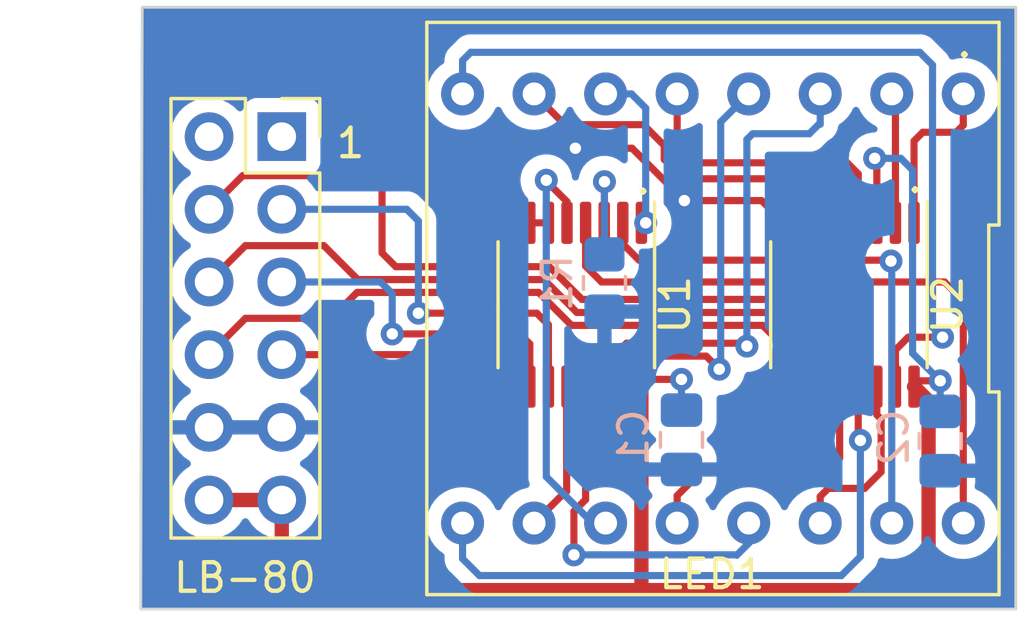
<source format=kicad_pcb>
(kicad_pcb (version 20240108) (generator "pcbnew") (generator_version "8.0")
  (layers (0 "F.Cu" signal) (31 "B.Cu" signal) (34 "B.Paste" user) (35 "F.Paste" user) (36 "B.SilkS" user "B.Silkscreen") (37 "F.SilkS" user "F.Silkscreen") (38 "B.Mask" user) (39 "F.Mask" user) (44 "Edge.Cuts" user))
  (net 0 "")
  (net 1 "PMOD_IO1_A8")
  (net 2 "PMOD_IO5_A9")
  (net 3 "PMOD_IO2_A10")
  (net 4 "PMOD_IO6_A13")
  (net 5 "PMOD_IO3_A11")
  (net 6 "PMOD_IO7_A14")
  (net 7 "PMOD_IO4_A12")
  (net 8 "PMOD_IO8_A15")
  (net 9 "GND")
  (net 10 "R5")
  (net 11 "R7")
  (net 12 "C2")
  (net 13 "C3")
  (net 14 "R8")
  (net 15 "C5")
  (net 16 "R6")
  (net 17 "R3")
  (net 18 "R1")
  (net 19 "C4")
  (net 20 "C6")
  (net 21 "R4")
  (net 22 "C1")
  (net 23 "R2")
  (net 24 "C7")
  (net 25 "C8")
  (net 26 "+3V3")
  (net 27 "Net-(U1-A)")
  (footprint "footprints:788BS" (layer "F.Cu") (at 137.9544 111.4168 -90)
    (property "Reference" "LED1" (at 9.284 0.0324 180) (layer "F.SilkS"))
    (property "Value" "788BS")
    (fp_line (start -10 10) (end -10 -10) (stroke (width 0.12)) (layer "F.SilkS"))
    (fp_line (start 10 10) (end -10 10) (stroke (width 0.12)) (layer "F.SilkS"))
    (fp_line (start -2.916666 -9.64) (end -2.916666 -10) (stroke (width 0.12)) (layer "F.SilkS"))
    (fp_line (start 2.916666 -9.64) (end -2.916666 -9.64) (stroke (width 0.12)) (layer "F.SilkS"))
    (fp_line (start -10 -10) (end -8.75 -10) (stroke (width 0.12)) (layer "F.SilkS"))
    (fp_line (start -2.916666 -10) (end -8.75 -10) (stroke (width 0.12)) (layer "F.SilkS"))
    (fp_line (start 2.916666 -10) (end 2.916666 -9.64) (stroke (width 0.12)) (layer "F.SilkS"))
    (fp_line (start 8.75 -10) (end 2.916666 -10) (stroke (width 0.12)) (layer "F.SilkS"))
    (fp_line (start 8.75 -10) (end 10 -10) (stroke (width 0.12)) (layer "F.SilkS"))
    (fp_line (start 10 -10) (end 10 10) (stroke (width 0.12)) (layer "F.SilkS"))
    (pad "1" thru_hole circle (at -7.5 -8.75 180) (size 1.5 1.5) (drill 0.8) (layers "*.Cu" "*.Mask") (net 10 "R5"))
    (pad "2" thru_hole circle (at -7.5 -6.25 180) (size 1.5 1.5) (drill 0.8) (layers "*.Cu" "*.Mask") (net 11 "R7"))
    (pad "3" thru_hole circle (at -7.5 -3.75 180) (size 1.5 1.5) (drill 0.8) (layers "*.Cu" "*.Mask") (net 12 "C2"))
    (pad "4" thru_hole circle (at -7.5 -1.25 180) (size 1.5 1.5) (drill 0.8) (layers "*.Cu" "*.Mask") (net 13 "C3"))
    (pad "5" thru_hole circle (at -7.5 1.25 180) (size 1.5 1.5) (drill 0.8) (layers "*.Cu" "*.Mask") (net 14 "R8"))
    (pad "6" thru_hole circle (at -7.5 3.75 180) (size 1.5 1.5) (drill 0.8) (layers "*.Cu" "*.Mask") (net 15 "C5"))
    (pad "7" thru_hole circle (at -7.5 6.25 180) (size 1.5 1.5) (drill 0.8) (layers "*.Cu" "*.Mask") (net 16 "R6"))
    (pad "8" thru_hole circle (at -7.5 8.75 180) (size 1.5 1.5) (drill 0.8) (layers "*.Cu" "*.Mask") (net 17 "R3"))
    (pad "9" thru_hole circle (at 7.5 8.75 180) (size 1.5 1.5) (drill 0.8) (layers "*.Cu" "*.Mask") (net 18 "R1"))
    (pad "10" thru_hole circle (at 7.5 6.25 180) (size 1.5 1.5) (drill 0.8) (layers "*.Cu" "*.Mask") (net 19 "C4"))
    (pad "11" thru_hole circle (at 7.5 3.75 180) (size 1.5 1.5) (drill 0.8) (layers "*.Cu" "*.Mask") (net 20 "C6"))
    (pad "12" thru_hole circle (at 7.5 1.25 180) (size 1.5 1.5) (drill 0.8) (layers "*.Cu" "*.Mask") (net 21 "R4"))
    (pad "13" thru_hole circle (at 7.5 -1.25 180) (size 1.5 1.5) (drill 0.8) (layers "*.Cu" "*.Mask") (net 22 "C1"))
    (pad "14" thru_hole circle (at 7.5 -3.75 180) (size 1.5 1.5) (drill 0.8) (layers "*.Cu" "*.Mask") (net 23 "R2"))
    (pad "15" thru_hole circle (at 7.5 -6.25 180) (size 1.5 1.5) (drill 0.8) (layers "*.Cu" "*.Mask") (net 24 "C7"))
    (pad "16" thru_hole circle (at 7.5 -8.75 180) (size 1.5 1.5) (drill 0.8) (layers "*.Cu" "*.Mask") (net 25 "C8"))
  )
  (footprint "Package_SO:TSSOP-16_4.4x5mm_P0.65mm" (layer "F.Cu") (at 133.1798 111.2851 -90)
    (property "Reference" "U1" (at 0 -3.45 90) (layer "F.SilkS"))
    (property "Value" "74HC4051")
    (fp_line (start 0 2.735) (end -2.2 2.735) (stroke (width 0.12)) (layer "F.SilkS"))
    (fp_line (start 0 2.735) (end 2.2 2.735) (stroke (width 0.12)) (layer "F.SilkS"))
    (fp_line (start 0 -2.735) (end -3.6 -2.735) (stroke (width 0.12)) (layer "F.SilkS"))
    (fp_line (start 0 -2.735) (end 2.2 -2.735) (stroke (width 0.12)) (layer "F.SilkS"))
    (pad "1" smd roundrect (at -2.8625 -2.275 270) (size 1.475 0.4) (layers "F.Cu" "F.Paste" "F.Mask") (net 15 "C5"))
    (pad "2" smd roundrect (at -2.8625 -1.625 270) (size 1.475 0.4) (layers "F.Cu" "F.Paste" "F.Mask") (net 24 "C7"))
    (pad "3" smd roundrect (at -2.8625 -0.975 270) (size 1.475 0.4) (layers "F.Cu" "F.Paste" "F.Mask") (net 27 "Net-(U1-A)"))
    (pad "4" smd roundrect (at -2.8625 -0.325 270) (size 1.475 0.4) (layers "F.Cu" "F.Paste" "F.Mask") (net 25 "C8"))
    (pad "5" smd roundrect (at -2.8625 0.325 270) (size 1.475 0.4) (layers "F.Cu" "F.Paste" "F.Mask") (net 20 "C6"))
    (pad "6" smd roundrect (at -2.8625 0.975 270) (size 1.475 0.4) (layers "F.Cu" "F.Paste" "F.Mask") (net 9 "GND"))
    (pad "7" smd roundrect (at -2.8625 1.625 270) (size 1.475 0.4) (layers "F.Cu" "F.Paste" "F.Mask") (net 9 "GND"))
    (pad "8" smd roundrect (at -2.8625 2.275 270) (size 1.475 0.4) (layers "F.Cu" "F.Paste" "F.Mask") (net 9 "GND"))
    (pad "9" smd roundrect (at 2.8625 2.275 270) (size 1.475 0.4) (layers "F.Cu" "F.Paste" "F.Mask") (net 7 "PMOD_IO4_A12"))
    (pad "10" smd roundrect (at 2.8625 1.625 270) (size 1.475 0.4) (layers "F.Cu" "F.Paste" "F.Mask") (net 5 "PMOD_IO3_A11"))
    (pad "11" smd roundrect (at 2.8625 0.975 270) (size 1.475 0.4) (layers "F.Cu" "F.Paste" "F.Mask") (net 3 "PMOD_IO2_A10"))
    (pad "12" smd roundrect (at 2.8625 0.325 270) (size 1.475 0.4) (layers "F.Cu" "F.Paste" "F.Mask") (net 19 "C4"))
    (pad "13" smd roundrect (at 2.8625 -0.325 270) (size 1.475 0.4) (layers "F.Cu" "F.Paste" "F.Mask") (net 22 "C1"))
    (pad "14" smd roundrect (at 2.8625 -0.975 270) (size 1.475 0.4) (layers "F.Cu" "F.Paste" "F.Mask") (net 12 "C2"))
    (pad "15" smd roundrect (at 2.8625 -1.625 270) (size 1.475 0.4) (layers "F.Cu" "F.Paste" "F.Mask") (net 13 "C3"))
    (pad "16" smd roundrect (at 2.8625 -2.275 270) (size 1.475 0.4) (layers "F.Cu" "F.Paste" "F.Mask") (net 26 "+3V3"))
  )
  (footprint "Connector_PinSocket_2.54mm:PinSocket_2x06_P2.54mm_Vertical" (layer "F.Cu") (at 122.8852 105.41)
    (property "Reference" "J1" (hide yes))
    (property "Value" "Conn_02x06_Odd_Even")
    (fp_line (start -3.87 -1.33) (end -3.87 14.03) (stroke (width 0.12)) (layer "F.SilkS"))
    (fp_line (start -3.87 -1.33) (end -1.27 -1.33) (stroke (width 0.12)) (layer "F.SilkS"))
    (fp_line (start -3.87 14.03) (end 1.33 14.03) (stroke (width 0.12)) (layer "F.SilkS"))
    (fp_line (start -1.27 -1.33) (end -1.27 1.27) (stroke (width 0.12)) (layer "F.SilkS"))
    (fp_line (start -1.27 1.27) (end 1.33 1.27) (stroke (width 0.12)) (layer "F.SilkS"))
    (fp_line (start 0 -1.33) (end 1.33 -1.33) (stroke (width 0.12)) (layer "F.SilkS"))
    (fp_line (start 1.33 -1.33) (end 1.33 0) (stroke (width 0.12)) (layer "F.SilkS"))
    (fp_line (start 1.33 1.27) (end 1.33 14.03) (stroke (width 0.12)) (layer "F.SilkS"))
    (pad "1" thru_hole rect (at 0 0) (size 1.7 1.7) (drill 1) (layers "*.Cu" "*.Mask") (net 1 "PMOD_IO1_A8"))
    (pad "2" thru_hole oval (at -2.54 0) (size 1.7 1.7) (drill 1) (layers "*.Cu" "*.Mask") (net 2 "PMOD_IO5_A9"))
    (pad "3" thru_hole oval (at 0 2.54) (size 1.7 1.7) (drill 1) (layers "*.Cu" "*.Mask") (net 3 "PMOD_IO2_A10"))
    (pad "4" thru_hole oval (at -2.54 2.54) (size 1.7 1.7) (drill 1) (layers "*.Cu" "*.Mask") (net 4 "PMOD_IO6_A13"))
    (pad "5" thru_hole oval (at 0 5.08) (size 1.7 1.7) (drill 1) (layers "*.Cu" "*.Mask") (net 5 "PMOD_IO3_A11"))
    (pad "6" thru_hole oval (at -2.54 5.08) (size 1.7 1.7) (drill 1) (layers "*.Cu" "*.Mask") (net 6 "PMOD_IO7_A14"))
    (pad "7" thru_hole oval (at 0 7.62) (size 1.7 1.7) (drill 1) (layers "*.Cu" "*.Mask") (net 7 "PMOD_IO4_A12"))
    (pad "8" thru_hole oval (at -2.54 7.62) (size 1.7 1.7) (drill 1) (layers "*.Cu" "*.Mask") (net 8 "PMOD_IO8_A15"))
    (pad "9" thru_hole oval (at 0 10.16) (size 1.7 1.7) (drill 1) (layers "*.Cu" "*.Mask") (net 9 "GND"))
    (pad "10" thru_hole oval (at -2.54 10.16) (size 1.7 1.7) (drill 1) (layers "*.Cu" "*.Mask") (net 9 "GND"))
    (pad "11" thru_hole oval (at 0 12.7) (size 1.7 1.7) (drill 1) (layers "*.Cu" "*.Mask") (net 26 "+3V3"))
    (pad "12" thru_hole oval (at -2.54 12.7) (size 1.7 1.7) (drill 1) (layers "*.Cu" "*.Mask") (net 26 "+3V3"))
  )
  (footprint "Package_SO:TSSOP-16_4.4x5mm_P0.65mm" (layer "F.Cu") (at 142.7082 111.2851 -90)
    (property "Reference" "U2" (at 0 -3.45 90) (layer "F.SilkS"))
    (property "Value" "74HC4051")
    (fp_line (start 0 2.735) (end -2.2 2.735) (stroke (width 0.12)) (layer "F.SilkS"))
    (fp_line (start 0 2.735) (end 2.2 2.735) (stroke (width 0.12)) (layer "F.SilkS"))
    (fp_line (start 0 -2.735) (end -3.6 -2.735) (stroke (width 0.12)) (layer "F.SilkS"))
    (fp_line (start 0 -2.735) (end 2.2 -2.735) (stroke (width 0.12)) (layer "F.SilkS"))
    (pad "1" smd roundrect (at -2.8625 -2.275 270) (size 1.475 0.4) (layers "F.Cu" "F.Paste" "F.Mask") (net 10 "R5"))
    (pad "2" smd roundrect (at -2.8625 -1.625 270) (size 1.475 0.4) (layers "F.Cu" "F.Paste" "F.Mask") (net 11 "R7"))
    (pad "3" smd roundrect (at -2.8625 -0.975 270) (size 1.475 0.4) (layers "F.Cu" "F.Paste" "F.Mask") (net 26 "+3V3"))
    (pad "4" smd roundrect (at -2.8625 -0.325 270) (size 1.475 0.4) (layers "F.Cu" "F.Paste" "F.Mask") (net 14 "R8"))
    (pad "5" smd roundrect (at -2.8625 0.325 270) (size 1.475 0.4) (layers "F.Cu" "F.Paste" "F.Mask") (net 16 "R6"))
    (pad "6" smd roundrect (at -2.8625 0.975 270) (size 1.475 0.4) (layers "F.Cu" "F.Paste" "F.Mask") (net 9 "GND"))
    (pad "7" smd roundrect (at -2.8625 1.625 270) (size 1.475 0.4) (layers "F.Cu" "F.Paste" "F.Mask") (net 9 "GND"))
    (pad "8" smd roundrect (at -2.8625 2.275 270) (size 1.475 0.4) (layers "F.Cu" "F.Paste" "F.Mask") (net 9 "GND"))
    (pad "9" smd roundrect (at 2.8625 2.275 270) (size 1.475 0.4) (layers "F.Cu" "F.Paste" "F.Mask") (net 8 "PMOD_IO8_A15"))
    (pad "10" smd roundrect (at 2.8625 1.625 270) (size 1.475 0.4) (layers "F.Cu" "F.Paste" "F.Mask") (net 6 "PMOD_IO7_A14"))
    (pad "11" smd roundrect (at 2.8625 0.975 270) (size 1.475 0.4) (layers "F.Cu" "F.Paste" "F.Mask") (net 4 "PMOD_IO6_A13"))
    (pad "12" smd roundrect (at 2.8625 0.325 270) (size 1.475 0.4) (layers "F.Cu" "F.Paste" "F.Mask") (net 21 "R4"))
    (pad "13" smd roundrect (at 2.8625 -0.325 270) (size 1.475 0.4) (layers "F.Cu" "F.Paste" "F.Mask") (net 18 "R1"))
    (pad "14" smd roundrect (at 2.8625 -0.975 270) (size 1.475 0.4) (layers "F.Cu" "F.Paste" "F.Mask") (net 23 "R2"))
    (pad "15" smd roundrect (at 2.8625 -1.625 270) (size 1.475 0.4) (layers "F.Cu" "F.Paste" "F.Mask") (net 17 "R3"))
    (pad "16" smd roundrect (at 2.8625 -2.275 270) (size 1.475 0.4) (layers "F.Cu" "F.Paste" "F.Mask") (net 26 "+3V3"))
  )
  (footprint "Capacitor_SMD:C_0805_2012Metric_Pad1.18x1.45mm_HandSolder" (layer "B.Cu") (at 136.8552 116.0057 -90)
    (property "Reference" "C1" (at -0.0801 1.6764 90) (layer "B.SilkS") (effects (justify mirror)))
    (property "Value" "0.1uF")
    (fp_line (start -0.261252 0.735) (end 0.261252 0.735) (stroke (width 0.12)) (layer "B.SilkS"))
    (fp_line (start -0.261252 -0.735) (end 0.261252 -0.735) (stroke (width 0.12)) (layer "B.SilkS"))
    (pad "1" smd roundrect (at -1.0375 0 270) (size 1.175 1.45) (layers "B.Cu" "B.Paste" "B.Mask") (roundrect_rratio 0.2127659574) (net 26 "+3V3"))
    (pad "2" smd roundrect (at 1.0375 0 270) (size 1.175 1.45) (layers "B.Cu" "B.Paste" "B.Mask") (roundrect_rratio 0.2127659574) (net 9 "GND"))
  )
  (footprint "Capacitor_SMD:C_0805_2012Metric_Pad1.18x1.45mm_HandSolder" (layer "B.Cu") (at 145.8976 116.0487 -90)
    (property "Reference" "C2" (at -0.1231 1.6256 90) (layer "B.SilkS") (effects (justify mirror)))
    (property "Value" "0.1uF")
    (fp_line (start -0.261252 0.735) (end 0.261252 0.735) (stroke (width 0.12)) (layer "B.SilkS"))
    (fp_line (start -0.261252 -0.735) (end 0.261252 -0.735) (stroke (width 0.12)) (layer "B.SilkS"))
    (pad "1" smd roundrect (at -1.0375 0 270) (size 1.175 1.45) (layers "B.Cu" "B.Paste" "B.Mask") (roundrect_rratio 0.2127659574) (net 26 "+3V3"))
    (pad "2" smd roundrect (at 1.0375 0 270) (size 1.175 1.45) (layers "B.Cu" "B.Paste" "B.Mask") (roundrect_rratio 0.2127659574) (net 9 "GND"))
  )
  (footprint "Resistor_SMD:R_0805_2012Metric_Pad1.20x1.40mm_HandSolder" (layer "B.Cu") (at 134.1628 110.5248 -90)
    (property "Reference" "R1" (at 0 1.65 90) (layer "B.SilkS") (effects (justify mirror)))
    (property "Value" "150")
    (fp_line (start -0.227064 0.735) (end 0.227064 0.735) (stroke (width 0.12)) (layer "B.SilkS"))
    (fp_line (start -0.227064 -0.735) (end 0.227064 -0.735) (stroke (width 0.12)) (layer "B.SilkS"))
    (pad "1" smd roundrect (at -1 0 270) (size 1.2 1.4) (layers "B.Cu" "B.Paste" "B.Mask") (roundrect_rratio 0.2083333333) (net 27 "Net-(U1-A)"))
    (pad "2" smd roundrect (at 1 0 270) (size 1.2 1.4) (layers "B.Cu" "B.Paste" "B.Mask") (roundrect_rratio 0.2083333333) (net 9 "GND"))
  )
  (gr_poly (pts (xy 118.0084 100.8888) (xy 148.5392 100.8888) (xy 148.5392 121.92) (xy 117.9576 121.92)) (stroke (width 0.1)) (fill none) (layer "Edge.Cuts"))
  (gr_text "." (at 144.6784 107.442 0) (layer "F.SilkS") (effects (font (size 1 1)) (justify left bottom)))
  (gr_text "1" (at 124.714 106.2228 0) (layer "F.SilkS") (effects (font (size 1 1)) (justify left bottom)))
  (gr_text "." (at 135.1788 107.4928 0) (layer "F.SilkS") (effects (font (size 1 1)) (justify left bottom)))
  (gr_text "." (at 146.4056 102.7176 0) (layer "F.SilkS") (effects (font (size 1 1)) (justify left bottom)))
  (gr_text "LB-80" (at 119.0244 121.412 0) (layer "F.SilkS") (effects (font (size 1 1)) (justify left bottom)))
  (segment (start 131.7984 111.58) (end 132.2048 111.9864) (width 0.25) (layer "F.Cu") (net 3))
  (segment (start 127.6604 111.58) (end 131.7984 111.58) (width 0.25) (layer "F.Cu") (net 3))
  (segment (start 132.2048 111.9864) (end 132.2048 114.1476) (width 0.25) (layer "F.Cu") (net 3))
  (via (at 127.6604 111.58) (size 0.8) (drill 0.4) (layers "F.Cu" "B.Cu") (net 3))
  (segment (start 127.6604 111.58) (end 127.6604 108.3564) (width 0.25) (layer "B.Cu") (net 3))
  (segment (start 127.254 107.95) (end 122.8852 107.95) (width 0.25) (layer "B.Cu") (net 3))
  (segment (start 127.6604 108.3564) (end 127.254 107.95) (width 0.25) (layer "B.Cu") (net 3))
  (segment (start 120.3452 107.95) (end 121.5202 106.775) (width 0.25) (layer "F.Cu") (net 4))
  (segment (start 126.8714 109.955) (end 132.234988 109.955) (width 0.25) (layer "F.Cu") (net 4))
  (segment (start 141.7332 112.32) (end 141.7332 114.1476) (width 0.25) (layer "F.Cu") (net 4))
  (segment (start 140.5128 111.0996) (end 141.7332 112.32) (width 0.25) (layer "F.Cu") (net 4))
  (segment (start 125.9266 106.775) (end 126.3904 107.2388) (width 0.25) (layer "F.Cu") (net 4))
  (segment (start 132.234988 109.955) (end 133.379588 111.0996) (width 0.25) (layer "F.Cu") (net 4))
  (segment (start 121.5202 106.775) (end 125.9266 106.775) (width 0.25) (layer "F.Cu") (net 4))
  (segment (start 126.3904 109.474) (end 126.8714 109.955) (width 0.25) (layer "F.Cu") (net 4))
  (segment (start 126.3904 107.2388) (end 126.3904 109.474) (width 0.25) (layer "F.Cu") (net 4))
  (segment (start 133.379588 111.0996) (end 140.5128 111.0996) (width 0.25) (layer "F.Cu") (net 4))
  (segment (start 126.746 112.305) (end 131.1286 112.305) (width 0.25) (layer "F.Cu") (net 5))
  (segment (start 131.1656 112.268) (end 131.5548 112.6572) (width 0.25) (layer "F.Cu") (net 5))
  (segment (start 131.5548 112.6572) (end 131.5548 114.1476) (width 0.25) (layer "F.Cu") (net 5))
  (segment (start 131.1286 112.305) (end 131.1656 112.268) (width 0.25) (layer "F.Cu") (net 5))
  (via (at 126.746 112.305) (size 0.8) (drill 0.4) (layers "F.Cu" "B.Cu") (net 5))
  (segment (start 126.746 110.8964) (end 126.3396 110.49) (width 0.25) (layer "B.Cu") (net 5))
  (segment (start 126.3396 110.49) (end 122.8852 110.49) (width 0.25) (layer "B.Cu") (net 5))
  (segment (start 126.746 112.305) (end 126.746 110.8964) (width 0.25) (layer "B.Cu") (net 5))
  (segment (start 121.6152 109.22) (end 124.3584 109.22) (width 0.25) (layer "F.Cu") (net 6))
  (segment (start 132.048592 110.405) (end 133.200392 111.5568) (width 0.25) (layer "F.Cu") (net 6))
  (segment (start 124.3584 109.22) (end 125.5434 110.405) (width 0.25) (layer "F.Cu") (net 6))
  (segment (start 133.200392 111.5568) (end 140.2588 111.5568) (width 0.25) (layer "F.Cu") (net 6))
  (segment (start 125.5434 110.405) (end 132.048592 110.405) (width 0.25) (layer "F.Cu") (net 6))
  (segment (start 140.2588 111.5568) (end 141.0832 112.3812) (width 0.25) (layer "F.Cu") (net 6))
  (segment (start 141.0832 112.3812) (end 141.0832 114.1476) (width 0.25) (layer "F.Cu") (net 6))
  (segment (start 120.3452 110.49) (end 121.6152 109.22) (width 0.25) (layer "F.Cu") (net 6))
  (segment (start 130.9048 113.328) (end 130.9048 114.1476) (width 0.25) (layer "F.Cu") (net 7))
  (segment (start 122.8852 113.03) (end 130.6068 113.03) (width 0.25) (layer "F.Cu") (net 7))
  (segment (start 130.6068 113.03) (end 130.9048 113.328) (width 0.25) (layer "F.Cu") (net 7))
  (segment (start 124.6124 111.76) (end 125.5174 110.855) (width 0.25) (layer "F.Cu") (net 8))
  (segment (start 120.3452 113.03) (end 121.6152 111.76) (width 0.25) (layer "F.Cu") (net 8))
  (segment (start 140.4332 112.7472) (end 140.4332 114.1476) (width 0.25) (layer "F.Cu") (net 8))
  (segment (start 121.6152 111.76) (end 124.6124 111.76) (width 0.25) (layer "F.Cu") (net 8))
  (segment (start 131.862196 110.855) (end 133.013996 112.0068) (width 0.25) (layer "F.Cu") (net 8))
  (segment (start 133.013996 112.0068) (end 139.6928 112.0068) (width 0.25) (layer "F.Cu") (net 8))
  (segment (start 125.5174 110.855) (end 131.862196 110.855) (width 0.25) (layer "F.Cu") (net 8))
  (segment (start 139.6928 112.0068) (end 140.4332 112.7472) (width 0.25) (layer "F.Cu") (net 8))
  (segment (start 133.1468 105.8164) (end 131.1656 105.8164) (width 0.25) (layer "F.Cu") (net 9))
  (segment (start 136.9568 107.6452) (end 135.128 105.8164) (width 0.25) (layer "F.Cu") (net 9))
  (segment (start 135.128 105.8164) (end 133.1468 105.8164) (width 0.25) (layer "F.Cu") (net 9))
  (segment (start 141.0832 108.4226) (end 140.4332 108.4226) (width 0.25) (layer "F.Cu") (net 9))
  (segment (start 141.7332 108.4226) (end 141.0832 108.4226) (width 0.25) (layer "F.Cu") (net 9))
  (segment (start 140.4332 108.4226) (end 139.6558 107.6452) (width 0.25) (layer "F.Cu") (net 9))
  (segment (start 132.2048 108.4226) (end 131.5548 108.4226) (width 0.25) (layer "F.Cu") (net 9))
  (segment (start 131.5548 108.4226) (end 130.9048 108.4226) (width 0.25) (layer "F.Cu") (net 9))
  (segment (start 139.6558 107.6452) (end 136.9568 107.6452) (width 0.25) (layer "F.Cu") (net 9))
  (segment (start 130.9048 106.0772) (end 130.9048 108.4226) (width 0.25) (layer "F.Cu") (net 9))
  (segment (start 131.1656 105.8164) (end 130.9048 106.0772) (width 0.25) (layer "F.Cu") (net 9))
  (via (at 133.1468 105.8164) (size 0.8) (drill 0.4) (layers "F.Cu" "B.Cu") (net 9))
  (via (at 136.9568 107.6452) (size 0.8) (drill 0.4) (layers "F.Cu" "B.Cu") (net 9))
  (segment (start 146.7044 103.9168) (end 146.7044 105.0096) (width 0.25) (layer "F.Cu") (net 10))
  (segment (start 144.9832 105.5624) (end 144.9832 108.4226) (width 0.25) (layer "F.Cu") (net 10))
  (segment (start 146.4564 105.2576) (end 145.288 105.2576) (width 0.25) (layer "F.Cu") (net 10))
  (segment (start 146.7044 105.0096) (end 146.4564 105.2576) (width 0.25) (layer "F.Cu") (net 10))
  (segment (start 145.288 105.2576) (end 144.9832 105.5624) (width 0.25) (layer "F.Cu") (net 10))
  (segment (start 144.2044 103.9168) (end 144.3332 104.0456) (width 0.25) (layer "F.Cu") (net 11))
  (segment (start 144.3332 104.0456) (end 144.3332 108.4226) (width 0.25) (layer "F.Cu") (net 11))
  (segment (start 134.1548 113.410101) (end 134.934101 112.6308) (width 0.25) (layer "F.Cu") (net 12))
  (segment (start 139.0402 112.6308) (end 139.1412 112.7318) (width 0.25) (layer "F.Cu") (net 12))
  (segment (start 134.934101 112.6308) (end 139.0402 112.6308) (width 0.25) (layer "F.Cu") (net 12))
  (segment (start 134.1548 114.1476) (end 134.1548 113.410101) (width 0.25) (layer "F.Cu") (net 12))
  (via (at 139.1412 112.7318) (size 0.8) (drill 0.4) (layers "F.Cu" "B.Cu") (net 12))
  (segment (start 141.3256 105.3084) (end 141.658 104.976) (width 0.25) (layer "B.Cu") (net 12))
  (segment (start 139.1412 105.5116) (end 139.3444 105.3084) (width 0.25) (layer "B.Cu") (net 12))
  (segment (start 139.3444 105.3084) (end 141.3256 105.3084) (width 0.25) (layer "B.Cu") (net 12))
  (segment (start 141.7044 104.976) (end 141.7044 103.9168) (width 0.25) (layer "B.Cu") (net 12))
  (segment (start 139.1412 112.7318) (end 139.1412 105.5116) (width 0.25) (layer "B.Cu") (net 12))
  (segment (start 141.658 104.976) (end 141.7044 104.976) (width 0.25) (layer "B.Cu") (net 12))
  (segment (start 137.7188 113.0808) (end 135.134101 113.0808) (width 0.25) (layer "F.Cu") (net 13))
  (segment (start 134.8048 113.410101) (end 134.8048 114.1476) (width 0.25) (layer "F.Cu") (net 13))
  (segment (start 135.134101 113.0808) (end 134.8048 113.410101) (width 0.25) (layer "F.Cu") (net 13))
  (segment (start 138.176 113.538) (end 137.7188 113.0808) (width 0.25) (layer "F.Cu") (net 13))
  (via (at 138.176 113.538) (size 0.8) (drill 0.4) (layers "F.Cu" "B.Cu") (net 13))
  (segment (start 138.176 113.538) (end 138.2268 113.4872) (width 0.25) (layer "B.Cu") (net 13))
  (segment (start 138.2268 113.4872) (end 138.2268 104.8944) (width 0.25) (layer "B.Cu") (net 13))
  (segment (start 138.2268 104.8944) (end 139.2044 103.9168) (width 0.25) (layer "B.Cu") (net 13))
  (segment (start 136.7044 106.018) (end 136.7044 103.9168) (width 0.25) (layer "F.Cu") (net 14))
  (segment (start 142.6464 106.3244) (end 137.0076 106.3244) (width 0.25) (layer "F.Cu") (net 14))
  (segment (start 143.0332 106.7112) (end 142.6464 106.3244) (width 0.25) (layer "F.Cu") (net 14))
  (segment (start 137.0076 106.3244) (end 136.7028 106.0196) (width 0.25) (layer "F.Cu") (net 14))
  (segment (start 136.7028 106.0196) (end 136.7044 106.018) (width 0.25) (layer "F.Cu") (net 14))
  (segment (start 143.0332 108.4226) (end 143.0332 106.7112) (width 0.25) (layer "F.Cu") (net 14))
  (via (at 135.604799 108.4226) (size 0.8) (drill 0.4) (layers "F.Cu" "B.Cu") (net 15))
  (segment (start 134.2044 103.9168) (end 135.108 103.9168) (width 0.25) (layer "B.Cu") (net 15))
  (segment (start 135.604799 104.413599) (end 135.604799 108.4226) (width 0.25) (layer "B.Cu") (net 15))
  (segment (start 135.108 103.9168) (end 135.604799 104.413599) (width 0.25) (layer "B.Cu") (net 15))
  (segment (start 136.930004 106.8832) (end 136.2528 106.205996) (width 0.25) (layer "F.Cu") (net 16))
  (segment (start 136.2528 105.722) (end 135.5226 104.9918) (width 0.25) (layer "F.Cu") (net 16))
  (segment (start 135.5226 104.9918) (end 132.7794 104.9918) (width 0.25) (layer "F.Cu") (net 16))
  (segment (start 142.3832 108.4226) (end 142.3832 107.128) (width 0.25) (layer "F.Cu") (net 16))
  (segment (start 136.2528 106.205996) (end 136.2528 105.722) (width 0.25) (layer "F.Cu") (net 16))
  (segment (start 142.3832 107.128) (end 142.1384 106.8832) (width 0.25) (layer "F.Cu") (net 16))
  (segment (start 132.7794 104.9918) (end 131.7044 103.9168) (width 0.25) (layer "F.Cu") (net 16))
  (segment (start 142.1384 106.8832) (end 136.930004 106.8832) (width 0.25) (layer "F.Cu") (net 16))
  (segment (start 144.3332 112.8672) (end 144.3332 114.1476) (width 0.25) (layer "F.Cu") (net 17))
  (segment (start 144.78 112.4204) (end 144.3332 112.8672) (width 0.25) (layer "F.Cu") (net 17))
  (segment (start 145.9794 112.4204) (end 144.78 112.4204) (width 0.25) (layer "F.Cu") (net 17))
  (via (at 145.9794 112.4204) (size 0.8) (drill 0.4) (layers "F.Cu" "B.Cu") (net 17))
  (segment (start 145.9794 112.4204) (end 145.6294 112.0704) (width 0.25) (layer "B.Cu") (net 17))
  (segment (start 145.6294 112.0704) (end 145.6294 102.9066) (width 0.25) (layer "B.Cu") (net 17))
  (segment (start 145.6294 102.9066) (end 145.1864 102.4636) (width 0.25) (layer "B.Cu") (net 17))
  (segment (start 129.2044 102.7484) (end 129.2044 103.9168) (width 0.25) (layer "B.Cu") (net 17))
  (segment (start 129.4892 102.4636) (end 129.2044 102.7484) (width 0.25) (layer "B.Cu") (net 17))
  (segment (start 145.1864 102.4636) (end 129.4892 102.4636) (width 0.25) (layer "B.Cu") (net 17))
  (segment (start 143.0332 115.9522) (end 143.1082 116.0272) (width 0.25) (layer "F.Cu") (net 18))
  (segment (start 143.0332 114.1476) (end 143.0332 115.9522) (width 0.25) (layer "F.Cu") (net 18))
  (via (at 143.1082 116.0272) (size 0.8) (drill 0.4) (layers "F.Cu" "B.Cu") (net 18))
  (segment (start 129.794 120.7516) (end 129.2044 120.162) (width 0.25) (layer "B.Cu") (net 18))
  (segment (start 143.1082 120.0866) (end 142.4432 120.7516) (width 0.25) (layer "B.Cu") (net 18))
  (segment (start 143.1082 116.0272) (end 143.1082 120.0866) (width 0.25) (layer "B.Cu") (net 18))
  (segment (start 129.2044 120.162) (end 129.2044 118.9168) (width 0.25) (layer "B.Cu") (net 18))
  (segment (start 142.4432 120.7516) (end 129.794 120.7516) (width 0.25) (layer "B.Cu") (net 18))
  (segment (start 132.8548 114.8968) (end 132.842 114.9096) (width 0.25) (layer "F.Cu") (net 19))
  (segment (start 132.7912 117.856) (end 132.7652 117.856) (width 0.25) (layer "F.Cu") (net 19))
  (segment (start 132.842 114.9096) (end 132.842 117.8052) (width 0.25) (layer "F.Cu") (net 19))
  (segment (start 132.8548 114.1476) (end 132.8548 114.8968) (width 0.25) (layer "F.Cu") (net 19))
  (segment (start 132.7652 117.856) (end 131.7044 118.9168) (width 0.25) (layer "F.Cu") (net 19))
  (segment (start 132.842 117.8052) (end 132.7912 117.856) (width 0.25) (layer "F.Cu") (net 19))
  (segment (start 132.1308 106.961101) (end 132.8548 107.685101) (width 0.25) (layer "F.Cu") (net 20))
  (segment (start 132.8548 107.685101) (end 132.8548 108.4226) (width 0.25) (layer "F.Cu") (net 20))
  (segment (start 132.1308 106.934) (end 132.1308 106.961101) (width 0.25) (layer "F.Cu") (net 20))
  (via (at 132.1308 106.934) (size 0.8) (drill 0.4) (layers "F.Cu" "B.Cu") (net 20))
  (segment (start 132.1308 106.934) (end 132.1308 117.2972) (width 0.25) (layer "B.Cu") (net 20))
  (segment (start 132.1308 117.2972) (end 133.7504 118.9168) (width 0.25) (layer "B.Cu") (net 20))
  (segment (start 133.7504 118.9168) (end 134.2044 118.9168) (width 0.25) (layer "B.Cu") (net 20))
  (segment (start 137.5156 117.1448) (end 141.8844 117.1448) (width 0.25) (layer "F.Cu") (net 21))
  (segment (start 142.3832 116.646) (end 142.3832 114.1476) (width 0.25) (layer "F.Cu") (net 21))
  (segment (start 136.7044 117.956) (end 137.5156 117.1448) (width 0.25) (layer "F.Cu") (net 21))
  (segment (start 141.8844 117.1448) (end 142.3832 116.646) (width 0.25) (layer "F.Cu") (net 21))
  (segment (start 136.7044 118.9168) (end 136.7044 117.956) (width 0.25) (layer "F.Cu") (net 21))
  (segment (start 133.5048 114.1476) (end 133.5048 118.09612) (width 0.25) (layer "F.Cu") (net 22))
  (segment (start 133.5048 118.09612) (end 133.096 118.50492) (width 0.25) (layer "F.Cu") (net 22))
  (segment (start 133.096 118.50492) (end 133.096 120.0266) (width 0.25) (layer "F.Cu") (net 22))
  (via (at 133.096 120.0266) (size 0.8) (drill 0.4) (layers "F.Cu" "B.Cu") (net 22))
  (segment (start 138.7718 120.0266) (end 138.7856 120.0404) (width 0.25) (layer "B.Cu") (net 22))
  (segment (start 133.096 120.0266) (end 138.7718 120.0266) (width 0.25) (layer "B.Cu") (net 22))
  (segment (start 138.7856 120.0404) (end 139.2044 119.6216) (width 0.25) (layer "B.Cu") (net 22))
  (segment (start 139.2044 119.6216) (end 139.2044 118.9168) (width 0.25) (layer "B.Cu") (net 22))
  (segment (start 141.986 117.7036) (end 143.256 117.7036) (width 0.25) (layer "F.Cu") (net 23))
  (segment (start 143.256 117.7036) (end 143.8332 117.1264) (width 0.25) (layer "F.Cu") (net 23))
  (segment (start 141.7044 118.9168) (end 141.7044 117.9852) (width 0.25) (layer "F.Cu") (net 23))
  (segment (start 143.8332 117.1264) (end 143.8332 115.2836) (width 0.25) (layer "F.Cu") (net 23))
  (segment (start 141.7044 117.9852) (end 141.986 117.7036) (width 0.25) (layer "F.Cu") (net 23))
  (segment (start 143.6832 115.1336) (end 143.6832 114.1476) (width 0.25) (layer "F.Cu") (net 23))
  (segment (start 143.8332 115.2836) (end 143.6832 115.1336) (width 0.25) (layer "F.Cu") (net 23))
  (segment (start 144.146776 109.728) (end 135.372701 109.728) (width 0.25) (layer "F.Cu") (net 24))
  (segment (start 144.177091 109.758315) (end 144.146776 109.728) (width 0.25) (layer "F.Cu") (net 24))
  (segment (start 135.372701 109.728) (end 134.8048 109.160099) (width 0.25) (layer "F.Cu") (net 24))
  (segment (start 134.8048 109.160099) (end 134.8048 108.4226) (width 0.25) (layer "F.Cu") (net 24))
  (via (at 144.177091 109.758315) (size 0.8) (drill 0.4) (layers "F.Cu" "B.Cu") (net 24))
  (segment (start 144.2044 109.785624) (end 144.177091 109.758315) (width 0.25) (layer "B.Cu") (net 24))
  (segment (start 144.2044 118.9168) (end 144.2044 109.785624) (width 0.25) (layer "B.Cu") (net 24))
  (segment (start 134.0612 110.49) (end 146.05 110.49) (width 0.25) (layer "F.Cu") (net 25))
  (segment (start 133.5048 108.4226) (end 133.5048 109.9336) (width 0.25) (layer "F.Cu") (net 25))
  (segment (start 146.7044 111.1444) (end 146.7044 118.9168) (width 0.25) (layer "F.Cu") (net 25))
  (segment (start 133.5048 109.9336) (end 134.0612 110.49) (width 0.25) (layer "F.Cu") (net 25))
  (segment (start 146.05 110.49) (end 146.7044 111.1444) (width 0.25) (layer "F.Cu") (net 25))
  (segment (start 122.8852 120.5992) (end 123.5456 121.2596) (width 0.50038) (layer "F.Cu") (net 26))
  (segment (start 145.8976 113.9444) (end 145.1864 113.9444) (width 0.25) (layer "F.Cu") (net 26))
  (segment (start 143.6832 108.4226) (end 143.6832 106.244336) (width 0.25) (layer "F.Cu") (net 26))
  (segment (start 145.4912 120.4468) (end 145.4912 114.68162) (width 0.50038) (layer "F.Cu") (net 26))
  (segment (start 120.3452 118.11) (end 122.8852 118.11) (width 0.50038) (layer "F.Cu") (net 26))
  (segment (start 123.5456 121.2596) (end 144.6784 121.2596) (width 0.50038) (layer "F.Cu") (net 26))
  (segment (start 135.4548 114.1476) (end 135.4548 121.2884) (width 0.50038) (layer "F.Cu") (net 26))
  (segment (start 144.6784 121.2596) (end 145.4912 120.4468) (width 0.50038) (layer "F.Cu") (net 26))
  (segment (start 145.1864 113.9444) (end 144.9832 114.1476) (width 0.25) (layer "F.Cu") (net 26))
  (segment (start 135.7088 113.8936) (end 135.4548 114.1476) (width 0.25) (layer "F.Cu") (net 26))
  (segment (start 143.6832 106.244336) (end 143.6082 106.169336) (width 0.25) (layer "F.Cu") (net 26))
  (segment (start 122.8852 118.11) (end 122.8852 120.5992) (width 0.50038) (layer "F.Cu") (net 26))
  (segment (start 136.8552 113.8936) (end 135.7088 113.8936) (width 0.25) (layer "F.Cu") (net 26))
  (segment (start 145.50421 114.66861) (end 144.9832 114.1476) (width 0.50038) (layer "F.Cu") (net 26))
  (segment (start 145.4912 114.68162) (end 145.50421 114.66861) (width 0.50038) (layer "F.Cu") (net 26))
  (via (at 145.8976 113.9444) (size 0.8) (drill 0.4) (layers "F.Cu" "B.Cu") (net 26))
  (via (at 136.8552 113.8936) (size 0.8) (drill 0.4) (layers "F.Cu" "B.Cu") (net 26))
  (via (at 143.6082 106.169336) (size 0.8) (drill 0.4) (layers "F.Cu" "B.Cu") (net 26))
  (segment (start 144.523336 106.169336) (end 144.9324 106.5784) (width 0.25) (layer "B.Cu") (net 26))
  (segment (start 144.9324 112.9792) (end 145.8976 113.9444) (width 0.25) (layer "B.Cu") (net 26))
  (segment (start 143.6082 106.169336) (end 144.523336 106.169336) (width 0.25) (layer "B.Cu") (net 26))
  (segment (start 145.8976 115.0112) (end 145.8976 113.9444) (width 0.25) (layer "B.Cu") (net 26))
  (segment (start 136.8552 114.9682) (end 136.8552 113.8936) (width 0.25) (layer "B.Cu") (net 26))
  (segment (start 144.9324 106.5784) (end 144.9324 112.9792) (width 0.25) (layer "B.Cu") (net 26))
  (segment (start 134.1628 106.9848) (end 134.1628 108.4146) (width 0.25) (layer "F.Cu") (net 27))
  (segment (start 134.1628 108.4146) (end 134.1548 108.4226) (width 0.25) (layer "F.Cu") (net 27))
  (via (at 134.1628 106.9848) (size 0.8) (drill 0.4) (layers "F.Cu" "B.Cu") (net 27))
  (segment (start 134.1628 109.5248) (end 134.1628 106.9848) (width 0.25) (layer "B.Cu") (net 27))
  (zone (net 9) (net_name "GND") (layer "B.Cu") (connect_pads (clearance 0.5)) (min_thickness 0.25) (fill yes (thermal_gap 0.5) (thermal_bridge_width 0.5))
    (polygon (pts (xy 117.7544 100.6348) (xy 148.844 100.6348) (xy 148.844 122.3772) (xy 117.7036 122.3772)))
  )
)
</source>
